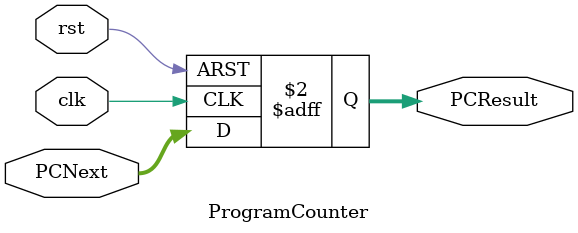
<source format=v>
module ProgramCounter(
    input clk, rst,
    input [31:0] PCNext,
    output reg [31:0] PCResult
);

    always @(posedge clk or posedge rst) begin
        if (rst) 
            PCResult <= 0;
        else 
            PCResult <= PCNext;
    end
    
endmodule
</source>
